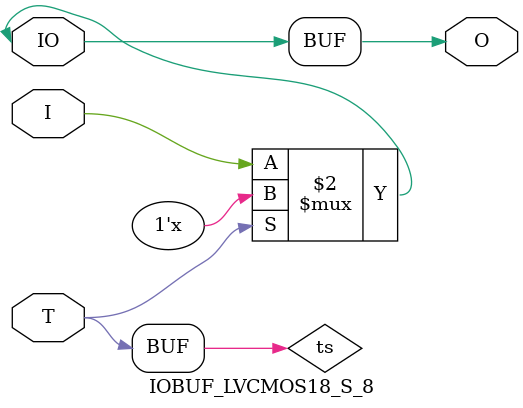
<source format=v>

/*

FUNCTION	: INPUT TRI-STATE OUTPUT BUFFER

*/

`celldefine
`timescale  100 ps / 10 ps

module IOBUF_LVCMOS18_S_8 (O, IO, I, T);

    output O;

    inout  IO;

    input  I, T;

    or O1 (ts, 1'b0, T);
    bufif0 T1 (IO, I, ts);

    buf B1 (O, IO);

endmodule

</source>
